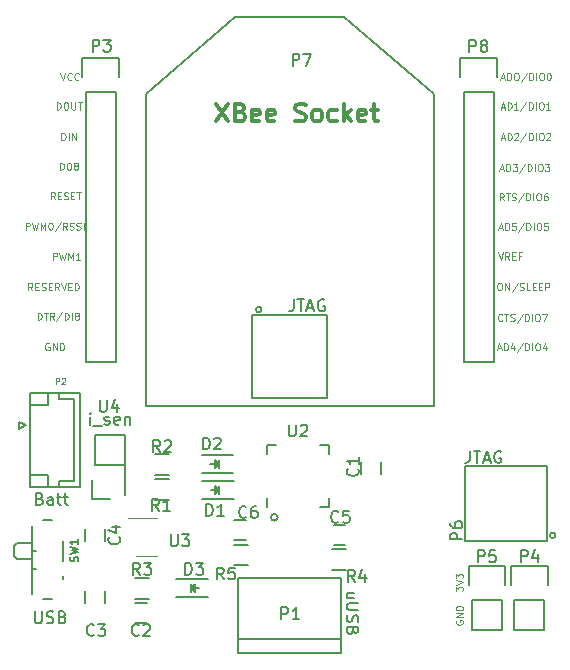
<source format=gbr>
G04 #@! TF.FileFunction,Legend,Top*
%FSLAX46Y46*%
G04 Gerber Fmt 4.6, Leading zero omitted, Abs format (unit mm)*
G04 Created by KiCad (PCBNEW 4.0.4-stable) date 12/30/16 15:58:51*
%MOMM*%
%LPD*%
G01*
G04 APERTURE LIST*
%ADD10C,0.100000*%
%ADD11C,0.300000*%
%ADD12C,0.200000*%
%ADD13C,0.150000*%
%ADD14C,0.120000*%
%ADD15C,0.090000*%
G04 APERTURE END LIST*
D10*
D11*
X142778573Y-77278571D02*
X143778573Y-78778571D01*
X143778573Y-77278571D02*
X142778573Y-78778571D01*
X144850001Y-77992857D02*
X145064287Y-78064286D01*
X145135715Y-78135714D01*
X145207144Y-78278571D01*
X145207144Y-78492857D01*
X145135715Y-78635714D01*
X145064287Y-78707143D01*
X144921429Y-78778571D01*
X144350001Y-78778571D01*
X144350001Y-77278571D01*
X144850001Y-77278571D01*
X144992858Y-77350000D01*
X145064287Y-77421429D01*
X145135715Y-77564286D01*
X145135715Y-77707143D01*
X145064287Y-77850000D01*
X144992858Y-77921429D01*
X144850001Y-77992857D01*
X144350001Y-77992857D01*
X146421429Y-78707143D02*
X146278572Y-78778571D01*
X145992858Y-78778571D01*
X145850001Y-78707143D01*
X145778572Y-78564286D01*
X145778572Y-77992857D01*
X145850001Y-77850000D01*
X145992858Y-77778571D01*
X146278572Y-77778571D01*
X146421429Y-77850000D01*
X146492858Y-77992857D01*
X146492858Y-78135714D01*
X145778572Y-78278571D01*
X147707143Y-78707143D02*
X147564286Y-78778571D01*
X147278572Y-78778571D01*
X147135715Y-78707143D01*
X147064286Y-78564286D01*
X147064286Y-77992857D01*
X147135715Y-77850000D01*
X147278572Y-77778571D01*
X147564286Y-77778571D01*
X147707143Y-77850000D01*
X147778572Y-77992857D01*
X147778572Y-78135714D01*
X147064286Y-78278571D01*
X149492857Y-78707143D02*
X149707143Y-78778571D01*
X150064286Y-78778571D01*
X150207143Y-78707143D01*
X150278572Y-78635714D01*
X150350000Y-78492857D01*
X150350000Y-78350000D01*
X150278572Y-78207143D01*
X150207143Y-78135714D01*
X150064286Y-78064286D01*
X149778572Y-77992857D01*
X149635714Y-77921429D01*
X149564286Y-77850000D01*
X149492857Y-77707143D01*
X149492857Y-77564286D01*
X149564286Y-77421429D01*
X149635714Y-77350000D01*
X149778572Y-77278571D01*
X150135714Y-77278571D01*
X150350000Y-77350000D01*
X151207143Y-78778571D02*
X151064285Y-78707143D01*
X150992857Y-78635714D01*
X150921428Y-78492857D01*
X150921428Y-78064286D01*
X150992857Y-77921429D01*
X151064285Y-77850000D01*
X151207143Y-77778571D01*
X151421428Y-77778571D01*
X151564285Y-77850000D01*
X151635714Y-77921429D01*
X151707143Y-78064286D01*
X151707143Y-78492857D01*
X151635714Y-78635714D01*
X151564285Y-78707143D01*
X151421428Y-78778571D01*
X151207143Y-78778571D01*
X152992857Y-78707143D02*
X152850000Y-78778571D01*
X152564286Y-78778571D01*
X152421428Y-78707143D01*
X152350000Y-78635714D01*
X152278571Y-78492857D01*
X152278571Y-78064286D01*
X152350000Y-77921429D01*
X152421428Y-77850000D01*
X152564286Y-77778571D01*
X152850000Y-77778571D01*
X152992857Y-77850000D01*
X153635714Y-78778571D02*
X153635714Y-77278571D01*
X153778571Y-78207143D02*
X154207142Y-78778571D01*
X154207142Y-77778571D02*
X153635714Y-78350000D01*
X155421428Y-78707143D02*
X155278571Y-78778571D01*
X154992857Y-78778571D01*
X154850000Y-78707143D01*
X154778571Y-78564286D01*
X154778571Y-77992857D01*
X154850000Y-77850000D01*
X154992857Y-77778571D01*
X155278571Y-77778571D01*
X155421428Y-77850000D01*
X155492857Y-77992857D01*
X155492857Y-78135714D01*
X154778571Y-78278571D01*
X155921428Y-77778571D02*
X156492857Y-77778571D01*
X156135714Y-77278571D02*
X156135714Y-78564286D01*
X156207142Y-78707143D01*
X156350000Y-78778571D01*
X156492857Y-78778571D01*
D12*
X149333334Y-93852381D02*
X149333334Y-94566667D01*
X149285714Y-94709524D01*
X149190476Y-94804762D01*
X149047619Y-94852381D01*
X148952381Y-94852381D01*
X149666667Y-93852381D02*
X150238096Y-93852381D01*
X149952381Y-94852381D02*
X149952381Y-93852381D01*
X150523810Y-94566667D02*
X151000001Y-94566667D01*
X150428572Y-94852381D02*
X150761905Y-93852381D01*
X151095239Y-94852381D01*
X151952382Y-93900000D02*
X151857144Y-93852381D01*
X151714287Y-93852381D01*
X151571429Y-93900000D01*
X151476191Y-93995238D01*
X151428572Y-94090476D01*
X151380953Y-94280952D01*
X151380953Y-94423810D01*
X151428572Y-94614286D01*
X151476191Y-94709524D01*
X151571429Y-94804762D01*
X151714287Y-94852381D01*
X151809525Y-94852381D01*
X151952382Y-94804762D01*
X152000001Y-94757143D01*
X152000001Y-94423810D01*
X151809525Y-94423810D01*
X147982843Y-112300000D02*
G75*
G03X147982843Y-112300000I-282843J0D01*
G01*
D10*
X163100000Y-121057142D02*
X163071429Y-121114285D01*
X163071429Y-121199999D01*
X163100000Y-121285714D01*
X163157143Y-121342856D01*
X163214286Y-121371428D01*
X163328571Y-121399999D01*
X163414286Y-121399999D01*
X163528571Y-121371428D01*
X163585714Y-121342856D01*
X163642857Y-121285714D01*
X163671429Y-121199999D01*
X163671429Y-121142856D01*
X163642857Y-121057142D01*
X163614286Y-121028571D01*
X163414286Y-121028571D01*
X163414286Y-121142856D01*
X163671429Y-120771428D02*
X163071429Y-120771428D01*
X163671429Y-120428571D01*
X163071429Y-120428571D01*
X163671429Y-120142857D02*
X163071429Y-120142857D01*
X163071429Y-120000000D01*
X163100000Y-119914285D01*
X163157143Y-119857143D01*
X163214286Y-119828571D01*
X163328571Y-119800000D01*
X163414286Y-119800000D01*
X163528571Y-119828571D01*
X163585714Y-119857143D01*
X163642857Y-119914285D01*
X163671429Y-120000000D01*
X163671429Y-120142857D01*
D12*
X132133333Y-104452381D02*
X132133333Y-103785714D01*
X132133333Y-103452381D02*
X132085714Y-103500000D01*
X132133333Y-103547619D01*
X132180952Y-103500000D01*
X132133333Y-103452381D01*
X132133333Y-103547619D01*
X132371428Y-104547619D02*
X133133333Y-104547619D01*
X133323809Y-104404762D02*
X133419047Y-104452381D01*
X133609523Y-104452381D01*
X133704762Y-104404762D01*
X133752381Y-104309524D01*
X133752381Y-104261905D01*
X133704762Y-104166667D01*
X133609523Y-104119048D01*
X133466666Y-104119048D01*
X133371428Y-104071429D01*
X133323809Y-103976190D01*
X133323809Y-103928571D01*
X133371428Y-103833333D01*
X133466666Y-103785714D01*
X133609523Y-103785714D01*
X133704762Y-103833333D01*
X134561905Y-104404762D02*
X134466667Y-104452381D01*
X134276190Y-104452381D01*
X134180952Y-104404762D01*
X134133333Y-104309524D01*
X134133333Y-103928571D01*
X134180952Y-103833333D01*
X134276190Y-103785714D01*
X134466667Y-103785714D01*
X134561905Y-103833333D01*
X134609524Y-103928571D01*
X134609524Y-104023810D01*
X134133333Y-104119048D01*
X135038095Y-103785714D02*
X135038095Y-104452381D01*
X135038095Y-103880952D02*
X135085714Y-103833333D01*
X135180952Y-103785714D01*
X135323810Y-103785714D01*
X135419048Y-103833333D01*
X135466667Y-103928571D01*
X135466667Y-104452381D01*
X127438095Y-120252381D02*
X127438095Y-121061905D01*
X127485714Y-121157143D01*
X127533333Y-121204762D01*
X127628571Y-121252381D01*
X127819048Y-121252381D01*
X127914286Y-121204762D01*
X127961905Y-121157143D01*
X128009524Y-121061905D01*
X128009524Y-120252381D01*
X128438095Y-121204762D02*
X128580952Y-121252381D01*
X128819048Y-121252381D01*
X128914286Y-121204762D01*
X128961905Y-121157143D01*
X129009524Y-121061905D01*
X129009524Y-120966667D01*
X128961905Y-120871429D01*
X128914286Y-120823810D01*
X128819048Y-120776190D01*
X128628571Y-120728571D01*
X128533333Y-120680952D01*
X128485714Y-120633333D01*
X128438095Y-120538095D01*
X128438095Y-120442857D01*
X128485714Y-120347619D01*
X128533333Y-120300000D01*
X128628571Y-120252381D01*
X128866667Y-120252381D01*
X129009524Y-120300000D01*
X129771429Y-120728571D02*
X129914286Y-120776190D01*
X129961905Y-120823810D01*
X130009524Y-120919048D01*
X130009524Y-121061905D01*
X129961905Y-121157143D01*
X129914286Y-121204762D01*
X129819048Y-121252381D01*
X129438095Y-121252381D01*
X129438095Y-120252381D01*
X129771429Y-120252381D01*
X129866667Y-120300000D01*
X129914286Y-120347619D01*
X129961905Y-120442857D01*
X129961905Y-120538095D01*
X129914286Y-120633333D01*
X129866667Y-120680952D01*
X129771429Y-120728571D01*
X129438095Y-120728571D01*
X127847619Y-110728571D02*
X127990476Y-110776190D01*
X128038095Y-110823810D01*
X128085714Y-110919048D01*
X128085714Y-111061905D01*
X128038095Y-111157143D01*
X127990476Y-111204762D01*
X127895238Y-111252381D01*
X127514285Y-111252381D01*
X127514285Y-110252381D01*
X127847619Y-110252381D01*
X127942857Y-110300000D01*
X127990476Y-110347619D01*
X128038095Y-110442857D01*
X128038095Y-110538095D01*
X127990476Y-110633333D01*
X127942857Y-110680952D01*
X127847619Y-110728571D01*
X127514285Y-110728571D01*
X128942857Y-111252381D02*
X128942857Y-110728571D01*
X128895238Y-110633333D01*
X128800000Y-110585714D01*
X128609523Y-110585714D01*
X128514285Y-110633333D01*
X128942857Y-111204762D02*
X128847619Y-111252381D01*
X128609523Y-111252381D01*
X128514285Y-111204762D01*
X128466666Y-111109524D01*
X128466666Y-111014286D01*
X128514285Y-110919048D01*
X128609523Y-110871429D01*
X128847619Y-110871429D01*
X128942857Y-110823810D01*
X129276190Y-110585714D02*
X129657142Y-110585714D01*
X129419047Y-110252381D02*
X129419047Y-111109524D01*
X129466666Y-111204762D01*
X129561904Y-111252381D01*
X129657142Y-111252381D01*
X129847619Y-110585714D02*
X130228571Y-110585714D01*
X129990476Y-110252381D02*
X129990476Y-111109524D01*
X130038095Y-111204762D01*
X130133333Y-111252381D01*
X130228571Y-111252381D01*
D10*
X166614286Y-98000000D02*
X166900000Y-98000000D01*
X166557143Y-98171429D02*
X166757143Y-97571429D01*
X166957143Y-98171429D01*
X167157143Y-98171429D02*
X167157143Y-97571429D01*
X167300000Y-97571429D01*
X167385715Y-97600000D01*
X167442857Y-97657143D01*
X167471429Y-97714286D01*
X167500000Y-97828571D01*
X167500000Y-97914286D01*
X167471429Y-98028571D01*
X167442857Y-98085714D01*
X167385715Y-98142857D01*
X167300000Y-98171429D01*
X167157143Y-98171429D01*
X168014286Y-97771429D02*
X168014286Y-98171429D01*
X167871429Y-97542857D02*
X167728572Y-97971429D01*
X168100000Y-97971429D01*
X168757144Y-97542857D02*
X168242858Y-98314286D01*
X168957143Y-98171429D02*
X168957143Y-97571429D01*
X169100000Y-97571429D01*
X169185715Y-97600000D01*
X169242857Y-97657143D01*
X169271429Y-97714286D01*
X169300000Y-97828571D01*
X169300000Y-97914286D01*
X169271429Y-98028571D01*
X169242857Y-98085714D01*
X169185715Y-98142857D01*
X169100000Y-98171429D01*
X168957143Y-98171429D01*
X169557143Y-98171429D02*
X169557143Y-97571429D01*
X169957143Y-97571429D02*
X170071429Y-97571429D01*
X170128571Y-97600000D01*
X170185714Y-97657143D01*
X170214286Y-97771429D01*
X170214286Y-97971429D01*
X170185714Y-98085714D01*
X170128571Y-98142857D01*
X170071429Y-98171429D01*
X169957143Y-98171429D01*
X169900000Y-98142857D01*
X169842857Y-98085714D01*
X169814286Y-97971429D01*
X169814286Y-97771429D01*
X169842857Y-97657143D01*
X169900000Y-97600000D01*
X169957143Y-97571429D01*
X170728571Y-97771429D02*
X170728571Y-98171429D01*
X170585714Y-97542857D02*
X170442857Y-97971429D01*
X170814285Y-97971429D01*
X167014286Y-95614286D02*
X166985715Y-95642857D01*
X166900001Y-95671429D01*
X166842858Y-95671429D01*
X166757143Y-95642857D01*
X166700001Y-95585714D01*
X166671429Y-95528571D01*
X166642858Y-95414286D01*
X166642858Y-95328571D01*
X166671429Y-95214286D01*
X166700001Y-95157143D01*
X166757143Y-95100000D01*
X166842858Y-95071429D01*
X166900001Y-95071429D01*
X166985715Y-95100000D01*
X167014286Y-95128571D01*
X167185715Y-95071429D02*
X167528572Y-95071429D01*
X167357143Y-95671429D02*
X167357143Y-95071429D01*
X167700001Y-95642857D02*
X167785715Y-95671429D01*
X167928572Y-95671429D01*
X167985715Y-95642857D01*
X168014286Y-95614286D01*
X168042858Y-95557143D01*
X168042858Y-95500000D01*
X168014286Y-95442857D01*
X167985715Y-95414286D01*
X167928572Y-95385714D01*
X167814286Y-95357143D01*
X167757144Y-95328571D01*
X167728572Y-95300000D01*
X167700001Y-95242857D01*
X167700001Y-95185714D01*
X167728572Y-95128571D01*
X167757144Y-95100000D01*
X167814286Y-95071429D01*
X167957144Y-95071429D01*
X168042858Y-95100000D01*
X168728573Y-95042857D02*
X168214287Y-95814286D01*
X168928572Y-95671429D02*
X168928572Y-95071429D01*
X169071429Y-95071429D01*
X169157144Y-95100000D01*
X169214286Y-95157143D01*
X169242858Y-95214286D01*
X169271429Y-95328571D01*
X169271429Y-95414286D01*
X169242858Y-95528571D01*
X169214286Y-95585714D01*
X169157144Y-95642857D01*
X169071429Y-95671429D01*
X168928572Y-95671429D01*
X169528572Y-95671429D02*
X169528572Y-95071429D01*
X169928572Y-95071429D02*
X170042858Y-95071429D01*
X170100000Y-95100000D01*
X170157143Y-95157143D01*
X170185715Y-95271429D01*
X170185715Y-95471429D01*
X170157143Y-95585714D01*
X170100000Y-95642857D01*
X170042858Y-95671429D01*
X169928572Y-95671429D01*
X169871429Y-95642857D01*
X169814286Y-95585714D01*
X169785715Y-95471429D01*
X169785715Y-95271429D01*
X169814286Y-95157143D01*
X169871429Y-95100000D01*
X169928572Y-95071429D01*
X170385714Y-95071429D02*
X170785714Y-95071429D01*
X170528571Y-95671429D01*
X166742858Y-92471429D02*
X166857144Y-92471429D01*
X166914286Y-92500000D01*
X166971429Y-92557143D01*
X167000001Y-92671429D01*
X167000001Y-92871429D01*
X166971429Y-92985714D01*
X166914286Y-93042857D01*
X166857144Y-93071429D01*
X166742858Y-93071429D01*
X166685715Y-93042857D01*
X166628572Y-92985714D01*
X166600001Y-92871429D01*
X166600001Y-92671429D01*
X166628572Y-92557143D01*
X166685715Y-92500000D01*
X166742858Y-92471429D01*
X167257143Y-93071429D02*
X167257143Y-92471429D01*
X167600000Y-93071429D01*
X167600000Y-92471429D01*
X168314286Y-92442857D02*
X167800000Y-93214286D01*
X168485714Y-93042857D02*
X168571428Y-93071429D01*
X168714285Y-93071429D01*
X168771428Y-93042857D01*
X168799999Y-93014286D01*
X168828571Y-92957143D01*
X168828571Y-92900000D01*
X168799999Y-92842857D01*
X168771428Y-92814286D01*
X168714285Y-92785714D01*
X168599999Y-92757143D01*
X168542857Y-92728571D01*
X168514285Y-92700000D01*
X168485714Y-92642857D01*
X168485714Y-92585714D01*
X168514285Y-92528571D01*
X168542857Y-92500000D01*
X168599999Y-92471429D01*
X168742857Y-92471429D01*
X168828571Y-92500000D01*
X169371428Y-93071429D02*
X169085714Y-93071429D01*
X169085714Y-92471429D01*
X169571428Y-92757143D02*
X169771428Y-92757143D01*
X169857142Y-93071429D02*
X169571428Y-93071429D01*
X169571428Y-92471429D01*
X169857142Y-92471429D01*
X170114285Y-92757143D02*
X170314285Y-92757143D01*
X170399999Y-93071429D02*
X170114285Y-93071429D01*
X170114285Y-92471429D01*
X170399999Y-92471429D01*
X170657142Y-93071429D02*
X170657142Y-92471429D01*
X170885714Y-92471429D01*
X170942856Y-92500000D01*
X170971428Y-92528571D01*
X170999999Y-92585714D01*
X170999999Y-92671429D01*
X170971428Y-92728571D01*
X170942856Y-92757143D01*
X170885714Y-92785714D01*
X170657142Y-92785714D01*
X166671429Y-89871429D02*
X166871429Y-90471429D01*
X167071429Y-89871429D01*
X167614286Y-90471429D02*
X167414286Y-90185714D01*
X167271429Y-90471429D02*
X167271429Y-89871429D01*
X167500001Y-89871429D01*
X167557143Y-89900000D01*
X167585715Y-89928571D01*
X167614286Y-89985714D01*
X167614286Y-90071429D01*
X167585715Y-90128571D01*
X167557143Y-90157143D01*
X167500001Y-90185714D01*
X167271429Y-90185714D01*
X167871429Y-90157143D02*
X168071429Y-90157143D01*
X168157143Y-90471429D02*
X167871429Y-90471429D01*
X167871429Y-89871429D01*
X168157143Y-89871429D01*
X168614286Y-90157143D02*
X168414286Y-90157143D01*
X168414286Y-90471429D02*
X168414286Y-89871429D01*
X168700000Y-89871429D01*
X166714286Y-87800000D02*
X167000000Y-87800000D01*
X166657143Y-87971429D02*
X166857143Y-87371429D01*
X167057143Y-87971429D01*
X167257143Y-87971429D02*
X167257143Y-87371429D01*
X167400000Y-87371429D01*
X167485715Y-87400000D01*
X167542857Y-87457143D01*
X167571429Y-87514286D01*
X167600000Y-87628571D01*
X167600000Y-87714286D01*
X167571429Y-87828571D01*
X167542857Y-87885714D01*
X167485715Y-87942857D01*
X167400000Y-87971429D01*
X167257143Y-87971429D01*
X168142857Y-87371429D02*
X167857143Y-87371429D01*
X167828572Y-87657143D01*
X167857143Y-87628571D01*
X167914286Y-87600000D01*
X168057143Y-87600000D01*
X168114286Y-87628571D01*
X168142857Y-87657143D01*
X168171429Y-87714286D01*
X168171429Y-87857143D01*
X168142857Y-87914286D01*
X168114286Y-87942857D01*
X168057143Y-87971429D01*
X167914286Y-87971429D01*
X167857143Y-87942857D01*
X167828572Y-87914286D01*
X168857144Y-87342857D02*
X168342858Y-88114286D01*
X169057143Y-87971429D02*
X169057143Y-87371429D01*
X169200000Y-87371429D01*
X169285715Y-87400000D01*
X169342857Y-87457143D01*
X169371429Y-87514286D01*
X169400000Y-87628571D01*
X169400000Y-87714286D01*
X169371429Y-87828571D01*
X169342857Y-87885714D01*
X169285715Y-87942857D01*
X169200000Y-87971429D01*
X169057143Y-87971429D01*
X169657143Y-87971429D02*
X169657143Y-87371429D01*
X170057143Y-87371429D02*
X170171429Y-87371429D01*
X170228571Y-87400000D01*
X170285714Y-87457143D01*
X170314286Y-87571429D01*
X170314286Y-87771429D01*
X170285714Y-87885714D01*
X170228571Y-87942857D01*
X170171429Y-87971429D01*
X170057143Y-87971429D01*
X170000000Y-87942857D01*
X169942857Y-87885714D01*
X169914286Y-87771429D01*
X169914286Y-87571429D01*
X169942857Y-87457143D01*
X170000000Y-87400000D01*
X170057143Y-87371429D01*
X170857142Y-87371429D02*
X170571428Y-87371429D01*
X170542857Y-87657143D01*
X170571428Y-87628571D01*
X170628571Y-87600000D01*
X170771428Y-87600000D01*
X170828571Y-87628571D01*
X170857142Y-87657143D01*
X170885714Y-87714286D01*
X170885714Y-87857143D01*
X170857142Y-87914286D01*
X170828571Y-87942857D01*
X170771428Y-87971429D01*
X170628571Y-87971429D01*
X170571428Y-87942857D01*
X170542857Y-87914286D01*
X167114286Y-85471429D02*
X166914286Y-85185714D01*
X166771429Y-85471429D02*
X166771429Y-84871429D01*
X167000001Y-84871429D01*
X167057143Y-84900000D01*
X167085715Y-84928571D01*
X167114286Y-84985714D01*
X167114286Y-85071429D01*
X167085715Y-85128571D01*
X167057143Y-85157143D01*
X167000001Y-85185714D01*
X166771429Y-85185714D01*
X167285715Y-84871429D02*
X167628572Y-84871429D01*
X167457143Y-85471429D02*
X167457143Y-84871429D01*
X167800001Y-85442857D02*
X167885715Y-85471429D01*
X168028572Y-85471429D01*
X168085715Y-85442857D01*
X168114286Y-85414286D01*
X168142858Y-85357143D01*
X168142858Y-85300000D01*
X168114286Y-85242857D01*
X168085715Y-85214286D01*
X168028572Y-85185714D01*
X167914286Y-85157143D01*
X167857144Y-85128571D01*
X167828572Y-85100000D01*
X167800001Y-85042857D01*
X167800001Y-84985714D01*
X167828572Y-84928571D01*
X167857144Y-84900000D01*
X167914286Y-84871429D01*
X168057144Y-84871429D01*
X168142858Y-84900000D01*
X168828573Y-84842857D02*
X168314287Y-85614286D01*
X169028572Y-85471429D02*
X169028572Y-84871429D01*
X169171429Y-84871429D01*
X169257144Y-84900000D01*
X169314286Y-84957143D01*
X169342858Y-85014286D01*
X169371429Y-85128571D01*
X169371429Y-85214286D01*
X169342858Y-85328571D01*
X169314286Y-85385714D01*
X169257144Y-85442857D01*
X169171429Y-85471429D01*
X169028572Y-85471429D01*
X169628572Y-85471429D02*
X169628572Y-84871429D01*
X170028572Y-84871429D02*
X170142858Y-84871429D01*
X170200000Y-84900000D01*
X170257143Y-84957143D01*
X170285715Y-85071429D01*
X170285715Y-85271429D01*
X170257143Y-85385714D01*
X170200000Y-85442857D01*
X170142858Y-85471429D01*
X170028572Y-85471429D01*
X169971429Y-85442857D01*
X169914286Y-85385714D01*
X169885715Y-85271429D01*
X169885715Y-85071429D01*
X169914286Y-84957143D01*
X169971429Y-84900000D01*
X170028572Y-84871429D01*
X170800000Y-84871429D02*
X170685714Y-84871429D01*
X170628571Y-84900000D01*
X170600000Y-84928571D01*
X170542857Y-85014286D01*
X170514286Y-85128571D01*
X170514286Y-85357143D01*
X170542857Y-85414286D01*
X170571429Y-85442857D01*
X170628571Y-85471429D01*
X170742857Y-85471429D01*
X170800000Y-85442857D01*
X170828571Y-85414286D01*
X170857143Y-85357143D01*
X170857143Y-85214286D01*
X170828571Y-85157143D01*
X170800000Y-85128571D01*
X170742857Y-85100000D01*
X170628571Y-85100000D01*
X170571429Y-85128571D01*
X170542857Y-85157143D01*
X170514286Y-85214286D01*
X166814286Y-82800000D02*
X167100000Y-82800000D01*
X166757143Y-82971429D02*
X166957143Y-82371429D01*
X167157143Y-82971429D01*
X167357143Y-82971429D02*
X167357143Y-82371429D01*
X167500000Y-82371429D01*
X167585715Y-82400000D01*
X167642857Y-82457143D01*
X167671429Y-82514286D01*
X167700000Y-82628571D01*
X167700000Y-82714286D01*
X167671429Y-82828571D01*
X167642857Y-82885714D01*
X167585715Y-82942857D01*
X167500000Y-82971429D01*
X167357143Y-82971429D01*
X167900000Y-82371429D02*
X168271429Y-82371429D01*
X168071429Y-82600000D01*
X168157143Y-82600000D01*
X168214286Y-82628571D01*
X168242857Y-82657143D01*
X168271429Y-82714286D01*
X168271429Y-82857143D01*
X168242857Y-82914286D01*
X168214286Y-82942857D01*
X168157143Y-82971429D01*
X167985715Y-82971429D01*
X167928572Y-82942857D01*
X167900000Y-82914286D01*
X168957144Y-82342857D02*
X168442858Y-83114286D01*
X169157143Y-82971429D02*
X169157143Y-82371429D01*
X169300000Y-82371429D01*
X169385715Y-82400000D01*
X169442857Y-82457143D01*
X169471429Y-82514286D01*
X169500000Y-82628571D01*
X169500000Y-82714286D01*
X169471429Y-82828571D01*
X169442857Y-82885714D01*
X169385715Y-82942857D01*
X169300000Y-82971429D01*
X169157143Y-82971429D01*
X169757143Y-82971429D02*
X169757143Y-82371429D01*
X170157143Y-82371429D02*
X170271429Y-82371429D01*
X170328571Y-82400000D01*
X170385714Y-82457143D01*
X170414286Y-82571429D01*
X170414286Y-82771429D01*
X170385714Y-82885714D01*
X170328571Y-82942857D01*
X170271429Y-82971429D01*
X170157143Y-82971429D01*
X170100000Y-82942857D01*
X170042857Y-82885714D01*
X170014286Y-82771429D01*
X170014286Y-82571429D01*
X170042857Y-82457143D01*
X170100000Y-82400000D01*
X170157143Y-82371429D01*
X170614285Y-82371429D02*
X170985714Y-82371429D01*
X170785714Y-82600000D01*
X170871428Y-82600000D01*
X170928571Y-82628571D01*
X170957142Y-82657143D01*
X170985714Y-82714286D01*
X170985714Y-82857143D01*
X170957142Y-82914286D01*
X170928571Y-82942857D01*
X170871428Y-82971429D01*
X170700000Y-82971429D01*
X170642857Y-82942857D01*
X170614285Y-82914286D01*
X166914286Y-80200000D02*
X167200000Y-80200000D01*
X166857143Y-80371429D02*
X167057143Y-79771429D01*
X167257143Y-80371429D01*
X167457143Y-80371429D02*
X167457143Y-79771429D01*
X167600000Y-79771429D01*
X167685715Y-79800000D01*
X167742857Y-79857143D01*
X167771429Y-79914286D01*
X167800000Y-80028571D01*
X167800000Y-80114286D01*
X167771429Y-80228571D01*
X167742857Y-80285714D01*
X167685715Y-80342857D01*
X167600000Y-80371429D01*
X167457143Y-80371429D01*
X168028572Y-79828571D02*
X168057143Y-79800000D01*
X168114286Y-79771429D01*
X168257143Y-79771429D01*
X168314286Y-79800000D01*
X168342857Y-79828571D01*
X168371429Y-79885714D01*
X168371429Y-79942857D01*
X168342857Y-80028571D01*
X168000000Y-80371429D01*
X168371429Y-80371429D01*
X169057144Y-79742857D02*
X168542858Y-80514286D01*
X169257143Y-80371429D02*
X169257143Y-79771429D01*
X169400000Y-79771429D01*
X169485715Y-79800000D01*
X169542857Y-79857143D01*
X169571429Y-79914286D01*
X169600000Y-80028571D01*
X169600000Y-80114286D01*
X169571429Y-80228571D01*
X169542857Y-80285714D01*
X169485715Y-80342857D01*
X169400000Y-80371429D01*
X169257143Y-80371429D01*
X169857143Y-80371429D02*
X169857143Y-79771429D01*
X170257143Y-79771429D02*
X170371429Y-79771429D01*
X170428571Y-79800000D01*
X170485714Y-79857143D01*
X170514286Y-79971429D01*
X170514286Y-80171429D01*
X170485714Y-80285714D01*
X170428571Y-80342857D01*
X170371429Y-80371429D01*
X170257143Y-80371429D01*
X170200000Y-80342857D01*
X170142857Y-80285714D01*
X170114286Y-80171429D01*
X170114286Y-79971429D01*
X170142857Y-79857143D01*
X170200000Y-79800000D01*
X170257143Y-79771429D01*
X170742857Y-79828571D02*
X170771428Y-79800000D01*
X170828571Y-79771429D01*
X170971428Y-79771429D01*
X171028571Y-79800000D01*
X171057142Y-79828571D01*
X171085714Y-79885714D01*
X171085714Y-79942857D01*
X171057142Y-80028571D01*
X170714285Y-80371429D01*
X171085714Y-80371429D01*
X166914286Y-77600000D02*
X167200000Y-77600000D01*
X166857143Y-77771429D02*
X167057143Y-77171429D01*
X167257143Y-77771429D01*
X167457143Y-77771429D02*
X167457143Y-77171429D01*
X167600000Y-77171429D01*
X167685715Y-77200000D01*
X167742857Y-77257143D01*
X167771429Y-77314286D01*
X167800000Y-77428571D01*
X167800000Y-77514286D01*
X167771429Y-77628571D01*
X167742857Y-77685714D01*
X167685715Y-77742857D01*
X167600000Y-77771429D01*
X167457143Y-77771429D01*
X168371429Y-77771429D02*
X168028572Y-77771429D01*
X168200000Y-77771429D02*
X168200000Y-77171429D01*
X168142857Y-77257143D01*
X168085715Y-77314286D01*
X168028572Y-77342857D01*
X169057144Y-77142857D02*
X168542858Y-77914286D01*
X169257143Y-77771429D02*
X169257143Y-77171429D01*
X169400000Y-77171429D01*
X169485715Y-77200000D01*
X169542857Y-77257143D01*
X169571429Y-77314286D01*
X169600000Y-77428571D01*
X169600000Y-77514286D01*
X169571429Y-77628571D01*
X169542857Y-77685714D01*
X169485715Y-77742857D01*
X169400000Y-77771429D01*
X169257143Y-77771429D01*
X169857143Y-77771429D02*
X169857143Y-77171429D01*
X170257143Y-77171429D02*
X170371429Y-77171429D01*
X170428571Y-77200000D01*
X170485714Y-77257143D01*
X170514286Y-77371429D01*
X170514286Y-77571429D01*
X170485714Y-77685714D01*
X170428571Y-77742857D01*
X170371429Y-77771429D01*
X170257143Y-77771429D01*
X170200000Y-77742857D01*
X170142857Y-77685714D01*
X170114286Y-77571429D01*
X170114286Y-77371429D01*
X170142857Y-77257143D01*
X170200000Y-77200000D01*
X170257143Y-77171429D01*
X171085714Y-77771429D02*
X170742857Y-77771429D01*
X170914285Y-77771429D02*
X170914285Y-77171429D01*
X170857142Y-77257143D01*
X170800000Y-77314286D01*
X170742857Y-77342857D01*
X166885715Y-75100000D02*
X167171429Y-75100000D01*
X166828572Y-75271429D02*
X167028572Y-74671429D01*
X167228572Y-75271429D01*
X167428572Y-75271429D02*
X167428572Y-74671429D01*
X167571429Y-74671429D01*
X167657144Y-74700000D01*
X167714286Y-74757143D01*
X167742858Y-74814286D01*
X167771429Y-74928571D01*
X167771429Y-75014286D01*
X167742858Y-75128571D01*
X167714286Y-75185714D01*
X167657144Y-75242857D01*
X167571429Y-75271429D01*
X167428572Y-75271429D01*
X168142858Y-74671429D02*
X168257144Y-74671429D01*
X168314286Y-74700000D01*
X168371429Y-74757143D01*
X168400001Y-74871429D01*
X168400001Y-75071429D01*
X168371429Y-75185714D01*
X168314286Y-75242857D01*
X168257144Y-75271429D01*
X168142858Y-75271429D01*
X168085715Y-75242857D01*
X168028572Y-75185714D01*
X168000001Y-75071429D01*
X168000001Y-74871429D01*
X168028572Y-74757143D01*
X168085715Y-74700000D01*
X168142858Y-74671429D01*
X169085715Y-74642857D02*
X168571429Y-75414286D01*
X169285714Y-75271429D02*
X169285714Y-74671429D01*
X169428571Y-74671429D01*
X169514286Y-74700000D01*
X169571428Y-74757143D01*
X169600000Y-74814286D01*
X169628571Y-74928571D01*
X169628571Y-75014286D01*
X169600000Y-75128571D01*
X169571428Y-75185714D01*
X169514286Y-75242857D01*
X169428571Y-75271429D01*
X169285714Y-75271429D01*
X169885714Y-75271429D02*
X169885714Y-74671429D01*
X170285714Y-74671429D02*
X170400000Y-74671429D01*
X170457142Y-74700000D01*
X170514285Y-74757143D01*
X170542857Y-74871429D01*
X170542857Y-75071429D01*
X170514285Y-75185714D01*
X170457142Y-75242857D01*
X170400000Y-75271429D01*
X170285714Y-75271429D01*
X170228571Y-75242857D01*
X170171428Y-75185714D01*
X170142857Y-75071429D01*
X170142857Y-74871429D01*
X170171428Y-74757143D01*
X170228571Y-74700000D01*
X170285714Y-74671429D01*
X170914285Y-74671429D02*
X170971428Y-74671429D01*
X171028571Y-74700000D01*
X171057142Y-74728571D01*
X171085713Y-74785714D01*
X171114285Y-74900000D01*
X171114285Y-75042857D01*
X171085713Y-75157143D01*
X171057142Y-75214286D01*
X171028571Y-75242857D01*
X170971428Y-75271429D01*
X170914285Y-75271429D01*
X170857142Y-75242857D01*
X170828571Y-75214286D01*
X170799999Y-75157143D01*
X170771428Y-75042857D01*
X170771428Y-74900000D01*
X170799999Y-74785714D01*
X170828571Y-74728571D01*
X170857142Y-74700000D01*
X170914285Y-74671429D01*
D12*
X154494286Y-119094286D02*
X153827619Y-119094286D01*
X154494286Y-118665714D02*
X153970476Y-118665714D01*
X153875238Y-118713333D01*
X153827619Y-118808571D01*
X153827619Y-118951429D01*
X153875238Y-119046667D01*
X153922857Y-119094286D01*
X154827619Y-119570476D02*
X154018095Y-119570476D01*
X153922857Y-119618095D01*
X153875238Y-119665714D01*
X153827619Y-119760952D01*
X153827619Y-119951429D01*
X153875238Y-120046667D01*
X153922857Y-120094286D01*
X154018095Y-120141905D01*
X154827619Y-120141905D01*
X153875238Y-120570476D02*
X153827619Y-120713333D01*
X153827619Y-120951429D01*
X153875238Y-121046667D01*
X153922857Y-121094286D01*
X154018095Y-121141905D01*
X154113333Y-121141905D01*
X154208571Y-121094286D01*
X154256190Y-121046667D01*
X154303810Y-120951429D01*
X154351429Y-120760952D01*
X154399048Y-120665714D01*
X154446667Y-120618095D01*
X154541905Y-120570476D01*
X154637143Y-120570476D01*
X154732381Y-120618095D01*
X154780000Y-120665714D01*
X154827619Y-120760952D01*
X154827619Y-120999048D01*
X154780000Y-121141905D01*
X154351429Y-121903810D02*
X154303810Y-122046667D01*
X154256190Y-122094286D01*
X154160952Y-122141905D01*
X154018095Y-122141905D01*
X153922857Y-122094286D01*
X153875238Y-122046667D01*
X153827619Y-121951429D01*
X153827619Y-121570476D01*
X154827619Y-121570476D01*
X154827619Y-121903810D01*
X154780000Y-121999048D01*
X154732381Y-122046667D01*
X154637143Y-122094286D01*
X154541905Y-122094286D01*
X154446667Y-122046667D01*
X154399048Y-121999048D01*
X154351429Y-121903810D01*
X154351429Y-121570476D01*
D10*
X163061429Y-118542858D02*
X163061429Y-118171429D01*
X163290000Y-118371429D01*
X163290000Y-118285715D01*
X163318571Y-118228572D01*
X163347143Y-118200001D01*
X163404286Y-118171429D01*
X163547143Y-118171429D01*
X163604286Y-118200001D01*
X163632857Y-118228572D01*
X163661429Y-118285715D01*
X163661429Y-118457143D01*
X163632857Y-118514286D01*
X163604286Y-118542858D01*
X163061429Y-118000000D02*
X163661429Y-117800000D01*
X163061429Y-117600000D01*
X163061429Y-117457143D02*
X163061429Y-117085714D01*
X163290000Y-117285714D01*
X163290000Y-117200000D01*
X163318571Y-117142857D01*
X163347143Y-117114286D01*
X163404286Y-117085714D01*
X163547143Y-117085714D01*
X163604286Y-117114286D01*
X163632857Y-117142857D01*
X163661429Y-117200000D01*
X163661429Y-117371428D01*
X163632857Y-117428571D01*
X163604286Y-117457143D01*
D12*
X164253334Y-106692381D02*
X164253334Y-107406667D01*
X164205714Y-107549524D01*
X164110476Y-107644762D01*
X163967619Y-107692381D01*
X163872381Y-107692381D01*
X164586667Y-106692381D02*
X165158096Y-106692381D01*
X164872381Y-107692381D02*
X164872381Y-106692381D01*
X165443810Y-107406667D02*
X165920001Y-107406667D01*
X165348572Y-107692381D02*
X165681905Y-106692381D01*
X166015239Y-107692381D01*
X166872382Y-106740000D02*
X166777144Y-106692381D01*
X166634287Y-106692381D01*
X166491429Y-106740000D01*
X166396191Y-106835238D01*
X166348572Y-106930476D01*
X166300953Y-107120952D01*
X166300953Y-107263810D01*
X166348572Y-107454286D01*
X166396191Y-107549524D01*
X166491429Y-107644762D01*
X166634287Y-107692381D01*
X166729525Y-107692381D01*
X166872382Y-107644762D01*
X166920001Y-107597143D01*
X166920001Y-107263810D01*
X166729525Y-107263810D01*
D10*
X128642858Y-97580000D02*
X128585715Y-97551429D01*
X128500001Y-97551429D01*
X128414286Y-97580000D01*
X128357144Y-97637143D01*
X128328572Y-97694286D01*
X128300001Y-97808571D01*
X128300001Y-97894286D01*
X128328572Y-98008571D01*
X128357144Y-98065714D01*
X128414286Y-98122857D01*
X128500001Y-98151429D01*
X128557144Y-98151429D01*
X128642858Y-98122857D01*
X128671429Y-98094286D01*
X128671429Y-97894286D01*
X128557144Y-97894286D01*
X128928572Y-98151429D02*
X128928572Y-97551429D01*
X129271429Y-98151429D01*
X129271429Y-97551429D01*
X129557143Y-98151429D02*
X129557143Y-97551429D01*
X129700000Y-97551429D01*
X129785715Y-97580000D01*
X129842857Y-97637143D01*
X129871429Y-97694286D01*
X129900000Y-97808571D01*
X129900000Y-97894286D01*
X129871429Y-98008571D01*
X129842857Y-98065714D01*
X129785715Y-98122857D01*
X129700000Y-98151429D01*
X129557143Y-98151429D01*
X127671429Y-95571429D02*
X127671429Y-94971429D01*
X127814286Y-94971429D01*
X127900001Y-95000000D01*
X127957143Y-95057143D01*
X127985715Y-95114286D01*
X128014286Y-95228571D01*
X128014286Y-95314286D01*
X127985715Y-95428571D01*
X127957143Y-95485714D01*
X127900001Y-95542857D01*
X127814286Y-95571429D01*
X127671429Y-95571429D01*
X128185715Y-94971429D02*
X128528572Y-94971429D01*
X128357143Y-95571429D02*
X128357143Y-94971429D01*
X129071429Y-95571429D02*
X128871429Y-95285714D01*
X128728572Y-95571429D02*
X128728572Y-94971429D01*
X128957144Y-94971429D01*
X129014286Y-95000000D01*
X129042858Y-95028571D01*
X129071429Y-95085714D01*
X129071429Y-95171429D01*
X129042858Y-95228571D01*
X129014286Y-95257143D01*
X128957144Y-95285714D01*
X128728572Y-95285714D01*
X129757144Y-94942857D02*
X129242858Y-95714286D01*
X129957143Y-95571429D02*
X129957143Y-94971429D01*
X130100000Y-94971429D01*
X130185715Y-95000000D01*
X130242857Y-95057143D01*
X130271429Y-95114286D01*
X130300000Y-95228571D01*
X130300000Y-95314286D01*
X130271429Y-95428571D01*
X130242857Y-95485714D01*
X130185715Y-95542857D01*
X130100000Y-95571429D01*
X129957143Y-95571429D01*
X130557143Y-95571429D02*
X130557143Y-94971429D01*
X130928571Y-95228571D02*
X130871429Y-95200000D01*
X130842857Y-95171429D01*
X130814286Y-95114286D01*
X130814286Y-95085714D01*
X130842857Y-95028571D01*
X130871429Y-95000000D01*
X130928571Y-94971429D01*
X131042857Y-94971429D01*
X131100000Y-95000000D01*
X131128571Y-95028571D01*
X131157143Y-95085714D01*
X131157143Y-95114286D01*
X131128571Y-95171429D01*
X131100000Y-95200000D01*
X131042857Y-95228571D01*
X130928571Y-95228571D01*
X130871429Y-95257143D01*
X130842857Y-95285714D01*
X130814286Y-95342857D01*
X130814286Y-95457143D01*
X130842857Y-95514286D01*
X130871429Y-95542857D01*
X130928571Y-95571429D01*
X131042857Y-95571429D01*
X131100000Y-95542857D01*
X131128571Y-95514286D01*
X131157143Y-95457143D01*
X131157143Y-95342857D01*
X131128571Y-95285714D01*
X131100000Y-95257143D01*
X131042857Y-95228571D01*
X127228571Y-93071429D02*
X127028571Y-92785714D01*
X126885714Y-93071429D02*
X126885714Y-92471429D01*
X127114286Y-92471429D01*
X127171428Y-92500000D01*
X127200000Y-92528571D01*
X127228571Y-92585714D01*
X127228571Y-92671429D01*
X127200000Y-92728571D01*
X127171428Y-92757143D01*
X127114286Y-92785714D01*
X126885714Y-92785714D01*
X127485714Y-92757143D02*
X127685714Y-92757143D01*
X127771428Y-93071429D02*
X127485714Y-93071429D01*
X127485714Y-92471429D01*
X127771428Y-92471429D01*
X128000000Y-93042857D02*
X128085714Y-93071429D01*
X128228571Y-93071429D01*
X128285714Y-93042857D01*
X128314285Y-93014286D01*
X128342857Y-92957143D01*
X128342857Y-92900000D01*
X128314285Y-92842857D01*
X128285714Y-92814286D01*
X128228571Y-92785714D01*
X128114285Y-92757143D01*
X128057143Y-92728571D01*
X128028571Y-92700000D01*
X128000000Y-92642857D01*
X128000000Y-92585714D01*
X128028571Y-92528571D01*
X128057143Y-92500000D01*
X128114285Y-92471429D01*
X128257143Y-92471429D01*
X128342857Y-92500000D01*
X128600000Y-92757143D02*
X128800000Y-92757143D01*
X128885714Y-93071429D02*
X128600000Y-93071429D01*
X128600000Y-92471429D01*
X128885714Y-92471429D01*
X129485714Y-93071429D02*
X129285714Y-92785714D01*
X129142857Y-93071429D02*
X129142857Y-92471429D01*
X129371429Y-92471429D01*
X129428571Y-92500000D01*
X129457143Y-92528571D01*
X129485714Y-92585714D01*
X129485714Y-92671429D01*
X129457143Y-92728571D01*
X129428571Y-92757143D01*
X129371429Y-92785714D01*
X129142857Y-92785714D01*
X129657143Y-92471429D02*
X129857143Y-93071429D01*
X130057143Y-92471429D01*
X130257143Y-92757143D02*
X130457143Y-92757143D01*
X130542857Y-93071429D02*
X130257143Y-93071429D01*
X130257143Y-92471429D01*
X130542857Y-92471429D01*
X130800000Y-93071429D02*
X130800000Y-92471429D01*
X130942857Y-92471429D01*
X131028572Y-92500000D01*
X131085714Y-92557143D01*
X131114286Y-92614286D01*
X131142857Y-92728571D01*
X131142857Y-92814286D01*
X131114286Y-92928571D01*
X131085714Y-92985714D01*
X131028572Y-93042857D01*
X130942857Y-93071429D01*
X130800000Y-93071429D01*
X128971429Y-90501429D02*
X128971429Y-89901429D01*
X129200001Y-89901429D01*
X129257143Y-89930000D01*
X129285715Y-89958571D01*
X129314286Y-90015714D01*
X129314286Y-90101429D01*
X129285715Y-90158571D01*
X129257143Y-90187143D01*
X129200001Y-90215714D01*
X128971429Y-90215714D01*
X129514286Y-89901429D02*
X129657143Y-90501429D01*
X129771429Y-90072857D01*
X129885715Y-90501429D01*
X130028572Y-89901429D01*
X130257143Y-90501429D02*
X130257143Y-89901429D01*
X130457143Y-90330000D01*
X130657143Y-89901429D01*
X130657143Y-90501429D01*
X131257143Y-90501429D02*
X130914286Y-90501429D01*
X131085714Y-90501429D02*
X131085714Y-89901429D01*
X131028571Y-89987143D01*
X130971429Y-90044286D01*
X130914286Y-90072857D01*
X129128571Y-85371429D02*
X128928571Y-85085714D01*
X128785714Y-85371429D02*
X128785714Y-84771429D01*
X129014286Y-84771429D01*
X129071428Y-84800000D01*
X129100000Y-84828571D01*
X129128571Y-84885714D01*
X129128571Y-84971429D01*
X129100000Y-85028571D01*
X129071428Y-85057143D01*
X129014286Y-85085714D01*
X128785714Y-85085714D01*
X129385714Y-85057143D02*
X129585714Y-85057143D01*
X129671428Y-85371429D02*
X129385714Y-85371429D01*
X129385714Y-84771429D01*
X129671428Y-84771429D01*
X129900000Y-85342857D02*
X129985714Y-85371429D01*
X130128571Y-85371429D01*
X130185714Y-85342857D01*
X130214285Y-85314286D01*
X130242857Y-85257143D01*
X130242857Y-85200000D01*
X130214285Y-85142857D01*
X130185714Y-85114286D01*
X130128571Y-85085714D01*
X130014285Y-85057143D01*
X129957143Y-85028571D01*
X129928571Y-85000000D01*
X129900000Y-84942857D01*
X129900000Y-84885714D01*
X129928571Y-84828571D01*
X129957143Y-84800000D01*
X130014285Y-84771429D01*
X130157143Y-84771429D01*
X130242857Y-84800000D01*
X130500000Y-85057143D02*
X130700000Y-85057143D01*
X130785714Y-85371429D02*
X130500000Y-85371429D01*
X130500000Y-84771429D01*
X130785714Y-84771429D01*
X130957143Y-84771429D02*
X131300000Y-84771429D01*
X131128571Y-85371429D02*
X131128571Y-84771429D01*
X129542857Y-82871429D02*
X129542857Y-82271429D01*
X129685714Y-82271429D01*
X129771429Y-82300000D01*
X129828571Y-82357143D01*
X129857143Y-82414286D01*
X129885714Y-82528571D01*
X129885714Y-82614286D01*
X129857143Y-82728571D01*
X129828571Y-82785714D01*
X129771429Y-82842857D01*
X129685714Y-82871429D01*
X129542857Y-82871429D01*
X130257143Y-82271429D02*
X130371429Y-82271429D01*
X130428571Y-82300000D01*
X130485714Y-82357143D01*
X130514286Y-82471429D01*
X130514286Y-82671429D01*
X130485714Y-82785714D01*
X130428571Y-82842857D01*
X130371429Y-82871429D01*
X130257143Y-82871429D01*
X130200000Y-82842857D01*
X130142857Y-82785714D01*
X130114286Y-82671429D01*
X130114286Y-82471429D01*
X130142857Y-82357143D01*
X130200000Y-82300000D01*
X130257143Y-82271429D01*
X130857142Y-82528571D02*
X130800000Y-82500000D01*
X130771428Y-82471429D01*
X130742857Y-82414286D01*
X130742857Y-82385714D01*
X130771428Y-82328571D01*
X130800000Y-82300000D01*
X130857142Y-82271429D01*
X130971428Y-82271429D01*
X131028571Y-82300000D01*
X131057142Y-82328571D01*
X131085714Y-82385714D01*
X131085714Y-82414286D01*
X131057142Y-82471429D01*
X131028571Y-82500000D01*
X130971428Y-82528571D01*
X130857142Y-82528571D01*
X130800000Y-82557143D01*
X130771428Y-82585714D01*
X130742857Y-82642857D01*
X130742857Y-82757143D01*
X130771428Y-82814286D01*
X130800000Y-82842857D01*
X130857142Y-82871429D01*
X130971428Y-82871429D01*
X131028571Y-82842857D01*
X131057142Y-82814286D01*
X131085714Y-82757143D01*
X131085714Y-82642857D01*
X131057142Y-82585714D01*
X131028571Y-82557143D01*
X130971428Y-82528571D01*
X129685715Y-80351429D02*
X129685715Y-79751429D01*
X129828572Y-79751429D01*
X129914287Y-79780000D01*
X129971429Y-79837143D01*
X130000001Y-79894286D01*
X130028572Y-80008571D01*
X130028572Y-80094286D01*
X130000001Y-80208571D01*
X129971429Y-80265714D01*
X129914287Y-80322857D01*
X129828572Y-80351429D01*
X129685715Y-80351429D01*
X130285715Y-80351429D02*
X130285715Y-79751429D01*
X130571429Y-80351429D02*
X130571429Y-79751429D01*
X130914286Y-80351429D01*
X130914286Y-79751429D01*
X129285715Y-77771429D02*
X129285715Y-77171429D01*
X129428572Y-77171429D01*
X129514287Y-77200000D01*
X129571429Y-77257143D01*
X129600001Y-77314286D01*
X129628572Y-77428571D01*
X129628572Y-77514286D01*
X129600001Y-77628571D01*
X129571429Y-77685714D01*
X129514287Y-77742857D01*
X129428572Y-77771429D01*
X129285715Y-77771429D01*
X130000001Y-77171429D02*
X130114287Y-77171429D01*
X130171429Y-77200000D01*
X130228572Y-77257143D01*
X130257144Y-77371429D01*
X130257144Y-77571429D01*
X130228572Y-77685714D01*
X130171429Y-77742857D01*
X130114287Y-77771429D01*
X130000001Y-77771429D01*
X129942858Y-77742857D01*
X129885715Y-77685714D01*
X129857144Y-77571429D01*
X129857144Y-77371429D01*
X129885715Y-77257143D01*
X129942858Y-77200000D01*
X130000001Y-77171429D01*
X130514286Y-77171429D02*
X130514286Y-77657143D01*
X130542858Y-77714286D01*
X130571429Y-77742857D01*
X130628572Y-77771429D01*
X130742858Y-77771429D01*
X130800000Y-77742857D01*
X130828572Y-77714286D01*
X130857143Y-77657143D01*
X130857143Y-77171429D01*
X131057143Y-77171429D02*
X131400000Y-77171429D01*
X131228571Y-77771429D02*
X131228571Y-77171429D01*
X126642857Y-87941429D02*
X126642857Y-87341429D01*
X126871429Y-87341429D01*
X126928571Y-87370000D01*
X126957143Y-87398571D01*
X126985714Y-87455714D01*
X126985714Y-87541429D01*
X126957143Y-87598571D01*
X126928571Y-87627143D01*
X126871429Y-87655714D01*
X126642857Y-87655714D01*
X127185714Y-87341429D02*
X127328571Y-87941429D01*
X127442857Y-87512857D01*
X127557143Y-87941429D01*
X127700000Y-87341429D01*
X127928571Y-87941429D02*
X127928571Y-87341429D01*
X128128571Y-87770000D01*
X128328571Y-87341429D01*
X128328571Y-87941429D01*
X128728571Y-87341429D02*
X128785714Y-87341429D01*
X128842857Y-87370000D01*
X128871428Y-87398571D01*
X128899999Y-87455714D01*
X128928571Y-87570000D01*
X128928571Y-87712857D01*
X128899999Y-87827143D01*
X128871428Y-87884286D01*
X128842857Y-87912857D01*
X128785714Y-87941429D01*
X128728571Y-87941429D01*
X128671428Y-87912857D01*
X128642857Y-87884286D01*
X128614285Y-87827143D01*
X128585714Y-87712857D01*
X128585714Y-87570000D01*
X128614285Y-87455714D01*
X128642857Y-87398571D01*
X128671428Y-87370000D01*
X128728571Y-87341429D01*
X129614286Y-87312857D02*
X129100000Y-88084286D01*
X130157142Y-87941429D02*
X129957142Y-87655714D01*
X129814285Y-87941429D02*
X129814285Y-87341429D01*
X130042857Y-87341429D01*
X130099999Y-87370000D01*
X130128571Y-87398571D01*
X130157142Y-87455714D01*
X130157142Y-87541429D01*
X130128571Y-87598571D01*
X130099999Y-87627143D01*
X130042857Y-87655714D01*
X129814285Y-87655714D01*
X130385714Y-87912857D02*
X130471428Y-87941429D01*
X130614285Y-87941429D01*
X130671428Y-87912857D01*
X130699999Y-87884286D01*
X130728571Y-87827143D01*
X130728571Y-87770000D01*
X130699999Y-87712857D01*
X130671428Y-87684286D01*
X130614285Y-87655714D01*
X130499999Y-87627143D01*
X130442857Y-87598571D01*
X130414285Y-87570000D01*
X130385714Y-87512857D01*
X130385714Y-87455714D01*
X130414285Y-87398571D01*
X130442857Y-87370000D01*
X130499999Y-87341429D01*
X130642857Y-87341429D01*
X130728571Y-87370000D01*
X130957143Y-87912857D02*
X131042857Y-87941429D01*
X131185714Y-87941429D01*
X131242857Y-87912857D01*
X131271428Y-87884286D01*
X131300000Y-87827143D01*
X131300000Y-87770000D01*
X131271428Y-87712857D01*
X131242857Y-87684286D01*
X131185714Y-87655714D01*
X131071428Y-87627143D01*
X131014286Y-87598571D01*
X130985714Y-87570000D01*
X130957143Y-87512857D01*
X130957143Y-87455714D01*
X130985714Y-87398571D01*
X131014286Y-87370000D01*
X131071428Y-87341429D01*
X131214286Y-87341429D01*
X131300000Y-87370000D01*
X131557143Y-87941429D02*
X131557143Y-87341429D01*
X129600000Y-74671429D02*
X129800000Y-75271429D01*
X130000000Y-74671429D01*
X130542857Y-75214286D02*
X130514286Y-75242857D01*
X130428572Y-75271429D01*
X130371429Y-75271429D01*
X130285714Y-75242857D01*
X130228572Y-75185714D01*
X130200000Y-75128571D01*
X130171429Y-75014286D01*
X130171429Y-74928571D01*
X130200000Y-74814286D01*
X130228572Y-74757143D01*
X130285714Y-74700000D01*
X130371429Y-74671429D01*
X130428572Y-74671429D01*
X130514286Y-74700000D01*
X130542857Y-74728571D01*
X131142857Y-75214286D02*
X131114286Y-75242857D01*
X131028572Y-75271429D01*
X130971429Y-75271429D01*
X130885714Y-75242857D01*
X130828572Y-75185714D01*
X130800000Y-75128571D01*
X130771429Y-75014286D01*
X130771429Y-74928571D01*
X130800000Y-74814286D01*
X130828572Y-74757143D01*
X130885714Y-74700000D01*
X130971429Y-74671429D01*
X131028572Y-74671429D01*
X131114286Y-74700000D01*
X131142857Y-74728571D01*
D13*
X127505000Y-116650000D02*
X127205000Y-116650000D01*
X127505000Y-115150000D02*
X127205000Y-115150000D01*
X129805000Y-117300000D02*
X129805000Y-117500000D01*
X125905000Y-114500000D02*
X125705000Y-114700000D01*
X125905000Y-115800000D02*
X125705000Y-115600000D01*
X127205000Y-114500000D02*
X125905000Y-114500000D01*
X125705000Y-114700000D02*
X125705000Y-115600000D01*
X125905000Y-115800000D02*
X127205000Y-115800000D01*
X127205000Y-113050000D02*
X127205000Y-118750000D01*
X129805000Y-114300000D02*
X129805000Y-116000000D01*
X128905000Y-112550000D02*
X128105000Y-112550000D01*
X128105000Y-119250000D02*
X128905000Y-119250000D01*
D14*
X136000000Y-115610000D02*
X137800000Y-115610000D01*
X137800000Y-112390000D02*
X135350000Y-112390000D01*
D13*
X135900000Y-121250000D02*
X136900000Y-121250000D01*
X136900000Y-119550000D02*
X135900000Y-119550000D01*
X146613452Y-94710000D02*
G75*
G03X146613452Y-94710000I-233452J0D01*
G01*
X145835000Y-95170000D02*
X145835000Y-102170000D01*
X145835000Y-102170000D02*
X152165000Y-102170000D01*
X152165000Y-102170000D02*
X152165000Y-95170000D01*
X152165000Y-95170000D02*
X145835000Y-95170000D01*
X136810000Y-76460000D02*
X136810000Y-102870000D01*
X136810000Y-102870000D02*
X161190000Y-102870000D01*
X161190000Y-102870000D02*
X161190000Y-76460000D01*
X161190000Y-76460000D02*
X153600000Y-69930000D01*
X153600000Y-69930000D02*
X144400000Y-69930000D01*
X144400000Y-69930000D02*
X136810000Y-76460000D01*
X133360000Y-119550000D02*
X133360000Y-118550000D01*
X131660000Y-118550000D02*
X131660000Y-119550000D01*
X144649100Y-123800000D02*
X153349100Y-123800000D01*
X144649100Y-117395000D02*
X153349100Y-117395000D01*
X153349100Y-117395000D02*
X153349100Y-123800000D01*
X153349100Y-122570000D02*
X144649100Y-122570000D01*
X144649100Y-123800000D02*
X144649100Y-117395000D01*
X155050000Y-107600000D02*
X155050000Y-108600000D01*
X156750000Y-108600000D02*
X156750000Y-107600000D01*
X131680000Y-113330000D02*
X131680000Y-114330000D01*
X133380000Y-114330000D02*
X133380000Y-113330000D01*
X144270000Y-109220000D02*
X141570000Y-109220000D01*
X144270000Y-110720000D02*
X141570000Y-110720000D01*
X142770000Y-109820000D02*
X142770000Y-110070000D01*
X142770000Y-110070000D02*
X142920000Y-109920000D01*
X143020000Y-110320000D02*
X143020000Y-109620000D01*
X142670000Y-109970000D02*
X142320000Y-109970000D01*
X143020000Y-109970000D02*
X142670000Y-110320000D01*
X142670000Y-110320000D02*
X142670000Y-109620000D01*
X142670000Y-109620000D02*
X143020000Y-109970000D01*
X144250000Y-107010000D02*
X141550000Y-107010000D01*
X144250000Y-108510000D02*
X141550000Y-108510000D01*
X142750000Y-107610000D02*
X142750000Y-107860000D01*
X142750000Y-107860000D02*
X142900000Y-107710000D01*
X143000000Y-108110000D02*
X143000000Y-107410000D01*
X142650000Y-107760000D02*
X142300000Y-107760000D01*
X143000000Y-107760000D02*
X142650000Y-108110000D01*
X142650000Y-108110000D02*
X142650000Y-107410000D01*
X142650000Y-107410000D02*
X143000000Y-107760000D01*
X139400000Y-119050000D02*
X142100000Y-119050000D01*
X139400000Y-117550000D02*
X142100000Y-117550000D01*
X140900000Y-118450000D02*
X140900000Y-118200000D01*
X140900000Y-118200000D02*
X140750000Y-118350000D01*
X140650000Y-117950000D02*
X140650000Y-118650000D01*
X141000000Y-118300000D02*
X141350000Y-118300000D01*
X140650000Y-118300000D02*
X141000000Y-117950000D01*
X141000000Y-117950000D02*
X141000000Y-118650000D01*
X141000000Y-118650000D02*
X140650000Y-118300000D01*
X131250000Y-101800000D02*
X127050000Y-101800000D01*
X127050000Y-101800000D02*
X127050000Y-109700000D01*
X127050000Y-109700000D02*
X131250000Y-109700000D01*
X131250000Y-109700000D02*
X131250000Y-101800000D01*
X129450000Y-101800000D02*
X129450000Y-102300000D01*
X129450000Y-102300000D02*
X130750000Y-102300000D01*
X130750000Y-102300000D02*
X130750000Y-109200000D01*
X130750000Y-109200000D02*
X129450000Y-109200000D01*
X129450000Y-109200000D02*
X129450000Y-109700000D01*
X128550000Y-101800000D02*
X128550000Y-102800000D01*
X128550000Y-102800000D02*
X127050000Y-102800000D01*
X128550000Y-109700000D02*
X128550000Y-108700000D01*
X128550000Y-108700000D02*
X127050000Y-108700000D01*
X126700000Y-104500000D02*
X126100000Y-104200000D01*
X126100000Y-104200000D02*
X126100000Y-104800000D01*
X126100000Y-104800000D02*
X126700000Y-104500000D01*
X134270000Y-76270000D02*
X134270000Y-99130000D01*
X134270000Y-99130000D02*
X131730000Y-99130000D01*
X131730000Y-99130000D02*
X131730000Y-76270000D01*
X134550000Y-73450000D02*
X134550000Y-75000000D01*
X134270000Y-76270000D02*
X131730000Y-76270000D01*
X131450000Y-75000000D02*
X131450000Y-73450000D01*
X131450000Y-73450000D02*
X134550000Y-73450000D01*
X170570000Y-119270000D02*
X170570000Y-121810000D01*
X170850000Y-116450000D02*
X170850000Y-118000000D01*
X170570000Y-119270000D02*
X168030000Y-119270000D01*
X167750000Y-118000000D02*
X167750000Y-116450000D01*
X167750000Y-116450000D02*
X170850000Y-116450000D01*
X168030000Y-119270000D02*
X168030000Y-121810000D01*
X168030000Y-121810000D02*
X170570000Y-121810000D01*
X166970000Y-119270000D02*
X166970000Y-121810000D01*
X167250000Y-116450000D02*
X167250000Y-118000000D01*
X166970000Y-119270000D02*
X164430000Y-119270000D01*
X164150000Y-118000000D02*
X164150000Y-116450000D01*
X164150000Y-116450000D02*
X167250000Y-116450000D01*
X164430000Y-119270000D02*
X164430000Y-121810000D01*
X164430000Y-121810000D02*
X166970000Y-121810000D01*
X171513452Y-113820000D02*
G75*
G03X171513452Y-113820000I-233452J0D01*
G01*
X170820000Y-107995000D02*
X163820000Y-107995000D01*
X163820000Y-107995000D02*
X163820000Y-114325000D01*
X163820000Y-114325000D02*
X170820000Y-114325000D01*
X170820000Y-114325000D02*
X170820000Y-107995000D01*
X166270000Y-76270000D02*
X166270000Y-99130000D01*
X166270000Y-99130000D02*
X163730000Y-99130000D01*
X163730000Y-99130000D02*
X163730000Y-76270000D01*
X166550000Y-73450000D02*
X166550000Y-75000000D01*
X166270000Y-76270000D02*
X163730000Y-76270000D01*
X163450000Y-75000000D02*
X163450000Y-73450000D01*
X163450000Y-73450000D02*
X166550000Y-73450000D01*
X138802329Y-110792869D02*
X137602329Y-110792869D01*
X137602329Y-109042869D02*
X138802329Y-109042869D01*
X138812329Y-108682869D02*
X137612329Y-108682869D01*
X137612329Y-106932869D02*
X138812329Y-106932869D01*
X135900000Y-117425000D02*
X137100000Y-117425000D01*
X137100000Y-119175000D02*
X135900000Y-119175000D01*
X133780000Y-110710000D02*
X132230000Y-110710000D01*
X132230000Y-109160000D02*
X132230000Y-110710000D01*
X135050000Y-110430000D02*
X135050000Y-107890000D01*
X132510000Y-105350000D02*
X132510000Y-107890000D01*
X132510000Y-107890000D02*
X135050000Y-107890000D01*
X135050000Y-107890000D02*
X135050000Y-105350000D01*
X135050000Y-105350000D02*
X132510000Y-105350000D01*
X152730000Y-114620000D02*
X153730000Y-114620000D01*
X153730000Y-112920000D02*
X152730000Y-112920000D01*
X145313432Y-112560654D02*
X144313432Y-112560654D01*
X144313432Y-114260654D02*
X145313432Y-114260654D01*
X153780000Y-116725000D02*
X152580000Y-116725000D01*
X152580000Y-114975000D02*
X153780000Y-114975000D01*
X144293432Y-114625654D02*
X145493432Y-114625654D01*
X145493432Y-116375654D02*
X144293432Y-116375654D01*
X147115000Y-106185000D02*
X147865000Y-106185000D01*
X152365000Y-111435000D02*
X151615000Y-111435000D01*
X152365000Y-106185000D02*
X151615000Y-106185000D01*
X147115000Y-111435000D02*
X147115000Y-110685000D01*
X152365000Y-111435000D02*
X152365000Y-110685000D01*
X152365000Y-106185000D02*
X152365000Y-106935000D01*
X147115000Y-106185000D02*
X147115000Y-106935000D01*
X131083333Y-116033334D02*
X131116667Y-115933334D01*
X131116667Y-115766667D01*
X131083333Y-115700000D01*
X131050000Y-115666667D01*
X130983333Y-115633334D01*
X130916667Y-115633334D01*
X130850000Y-115666667D01*
X130816667Y-115700000D01*
X130783333Y-115766667D01*
X130750000Y-115900000D01*
X130716667Y-115966667D01*
X130683333Y-116000000D01*
X130616667Y-116033334D01*
X130550000Y-116033334D01*
X130483333Y-116000000D01*
X130450000Y-115966667D01*
X130416667Y-115900000D01*
X130416667Y-115733334D01*
X130450000Y-115633334D01*
X130416667Y-115400000D02*
X131116667Y-115233333D01*
X130616667Y-115100000D01*
X131116667Y-114966667D01*
X130416667Y-114800000D01*
X131116667Y-114166667D02*
X131116667Y-114566667D01*
X131116667Y-114366667D02*
X130416667Y-114366667D01*
X130516667Y-114433333D01*
X130583333Y-114500000D01*
X130616667Y-114566667D01*
X138938095Y-113752381D02*
X138938095Y-114561905D01*
X138985714Y-114657143D01*
X139033333Y-114704762D01*
X139128571Y-114752381D01*
X139319048Y-114752381D01*
X139414286Y-114704762D01*
X139461905Y-114657143D01*
X139509524Y-114561905D01*
X139509524Y-113752381D01*
X139890476Y-113752381D02*
X140509524Y-113752381D01*
X140176190Y-114133333D01*
X140319048Y-114133333D01*
X140414286Y-114180952D01*
X140461905Y-114228571D01*
X140509524Y-114323810D01*
X140509524Y-114561905D01*
X140461905Y-114657143D01*
X140414286Y-114704762D01*
X140319048Y-114752381D01*
X140033333Y-114752381D01*
X139938095Y-114704762D01*
X139890476Y-114657143D01*
D12*
X136233334Y-122257143D02*
X136185715Y-122304762D01*
X136042858Y-122352381D01*
X135947620Y-122352381D01*
X135804762Y-122304762D01*
X135709524Y-122209524D01*
X135661905Y-122114286D01*
X135614286Y-121923810D01*
X135614286Y-121780952D01*
X135661905Y-121590476D01*
X135709524Y-121495238D01*
X135804762Y-121400000D01*
X135947620Y-121352381D01*
X136042858Y-121352381D01*
X136185715Y-121400000D01*
X136233334Y-121447619D01*
X136614286Y-121447619D02*
X136661905Y-121400000D01*
X136757143Y-121352381D01*
X136995239Y-121352381D01*
X137090477Y-121400000D01*
X137138096Y-121447619D01*
X137185715Y-121542857D01*
X137185715Y-121638095D01*
X137138096Y-121780952D01*
X136566667Y-122352381D01*
X137185715Y-122352381D01*
D13*
X149261905Y-74052381D02*
X149261905Y-73052381D01*
X149642858Y-73052381D01*
X149738096Y-73100000D01*
X149785715Y-73147619D01*
X149833334Y-73242857D01*
X149833334Y-73385714D01*
X149785715Y-73480952D01*
X149738096Y-73528571D01*
X149642858Y-73576190D01*
X149261905Y-73576190D01*
X150166667Y-73052381D02*
X150833334Y-73052381D01*
X150404762Y-74052381D01*
D12*
X132433334Y-122257143D02*
X132385715Y-122304762D01*
X132242858Y-122352381D01*
X132147620Y-122352381D01*
X132004762Y-122304762D01*
X131909524Y-122209524D01*
X131861905Y-122114286D01*
X131814286Y-121923810D01*
X131814286Y-121780952D01*
X131861905Y-121590476D01*
X131909524Y-121495238D01*
X132004762Y-121400000D01*
X132147620Y-121352381D01*
X132242858Y-121352381D01*
X132385715Y-121400000D01*
X132433334Y-121447619D01*
X132766667Y-121352381D02*
X133385715Y-121352381D01*
X133052381Y-121733333D01*
X133195239Y-121733333D01*
X133290477Y-121780952D01*
X133338096Y-121828571D01*
X133385715Y-121923810D01*
X133385715Y-122161905D01*
X133338096Y-122257143D01*
X133290477Y-122304762D01*
X133195239Y-122352381D01*
X132909524Y-122352381D01*
X132814286Y-122304762D01*
X132766667Y-122257143D01*
D13*
X148311005Y-120922381D02*
X148311005Y-119922381D01*
X148691958Y-119922381D01*
X148787196Y-119970000D01*
X148834815Y-120017619D01*
X148882434Y-120112857D01*
X148882434Y-120255714D01*
X148834815Y-120350952D01*
X148787196Y-120398571D01*
X148691958Y-120446190D01*
X148311005Y-120446190D01*
X149834815Y-120922381D02*
X149263386Y-120922381D01*
X149549100Y-120922381D02*
X149549100Y-119922381D01*
X149453862Y-120065238D01*
X149358624Y-120160476D01*
X149263386Y-120208095D01*
X154757143Y-108166666D02*
X154804762Y-108214285D01*
X154852381Y-108357142D01*
X154852381Y-108452380D01*
X154804762Y-108595238D01*
X154709524Y-108690476D01*
X154614286Y-108738095D01*
X154423810Y-108785714D01*
X154280952Y-108785714D01*
X154090476Y-108738095D01*
X153995238Y-108690476D01*
X153900000Y-108595238D01*
X153852381Y-108452380D01*
X153852381Y-108357142D01*
X153900000Y-108214285D01*
X153947619Y-108166666D01*
X154852381Y-107214285D02*
X154852381Y-107785714D01*
X154852381Y-107500000D02*
X153852381Y-107500000D01*
X153995238Y-107595238D01*
X154090476Y-107690476D01*
X154138095Y-107785714D01*
D12*
X134557143Y-113966666D02*
X134604762Y-114014285D01*
X134652381Y-114157142D01*
X134652381Y-114252380D01*
X134604762Y-114395238D01*
X134509524Y-114490476D01*
X134414286Y-114538095D01*
X134223810Y-114585714D01*
X134080952Y-114585714D01*
X133890476Y-114538095D01*
X133795238Y-114490476D01*
X133700000Y-114395238D01*
X133652381Y-114252380D01*
X133652381Y-114157142D01*
X133700000Y-114014285D01*
X133747619Y-113966666D01*
X133985714Y-113109523D02*
X134652381Y-113109523D01*
X133604762Y-113347619D02*
X134319048Y-113585714D01*
X134319048Y-112966666D01*
D13*
X141931905Y-112172381D02*
X141931905Y-111172381D01*
X142170000Y-111172381D01*
X142312858Y-111220000D01*
X142408096Y-111315238D01*
X142455715Y-111410476D01*
X142503334Y-111600952D01*
X142503334Y-111743810D01*
X142455715Y-111934286D01*
X142408096Y-112029524D01*
X142312858Y-112124762D01*
X142170000Y-112172381D01*
X141931905Y-112172381D01*
X143455715Y-112172381D02*
X142884286Y-112172381D01*
X143170000Y-112172381D02*
X143170000Y-111172381D01*
X143074762Y-111315238D01*
X142979524Y-111410476D01*
X142884286Y-111458095D01*
X141661905Y-106552381D02*
X141661905Y-105552381D01*
X141900000Y-105552381D01*
X142042858Y-105600000D01*
X142138096Y-105695238D01*
X142185715Y-105790476D01*
X142233334Y-105980952D01*
X142233334Y-106123810D01*
X142185715Y-106314286D01*
X142138096Y-106409524D01*
X142042858Y-106504762D01*
X141900000Y-106552381D01*
X141661905Y-106552381D01*
X142614286Y-105647619D02*
X142661905Y-105600000D01*
X142757143Y-105552381D01*
X142995239Y-105552381D01*
X143090477Y-105600000D01*
X143138096Y-105647619D01*
X143185715Y-105742857D01*
X143185715Y-105838095D01*
X143138096Y-105980952D01*
X142566667Y-106552381D01*
X143185715Y-106552381D01*
D12*
X140161905Y-117152381D02*
X140161905Y-116152381D01*
X140400000Y-116152381D01*
X140542858Y-116200000D01*
X140638096Y-116295238D01*
X140685715Y-116390476D01*
X140733334Y-116580952D01*
X140733334Y-116723810D01*
X140685715Y-116914286D01*
X140638096Y-117009524D01*
X140542858Y-117104762D01*
X140400000Y-117152381D01*
X140161905Y-117152381D01*
X141066667Y-116152381D02*
X141685715Y-116152381D01*
X141352381Y-116533333D01*
X141495239Y-116533333D01*
X141590477Y-116580952D01*
X141638096Y-116628571D01*
X141685715Y-116723810D01*
X141685715Y-116961905D01*
X141638096Y-117057143D01*
X141590477Y-117104762D01*
X141495239Y-117152381D01*
X141209524Y-117152381D01*
X141114286Y-117104762D01*
X141066667Y-117057143D01*
D15*
X129230953Y-101016190D02*
X129230953Y-100516190D01*
X129421429Y-100516190D01*
X129469048Y-100540000D01*
X129492857Y-100563810D01*
X129516667Y-100611429D01*
X129516667Y-100682857D01*
X129492857Y-100730476D01*
X129469048Y-100754286D01*
X129421429Y-100778095D01*
X129230953Y-100778095D01*
X129707143Y-100563810D02*
X129730953Y-100540000D01*
X129778572Y-100516190D01*
X129897619Y-100516190D01*
X129945238Y-100540000D01*
X129969048Y-100563810D01*
X129992857Y-100611429D01*
X129992857Y-100659048D01*
X129969048Y-100730476D01*
X129683334Y-101016190D01*
X129992857Y-101016190D01*
D13*
X132331905Y-72862381D02*
X132331905Y-71862381D01*
X132712858Y-71862381D01*
X132808096Y-71910000D01*
X132855715Y-71957619D01*
X132903334Y-72052857D01*
X132903334Y-72195714D01*
X132855715Y-72290952D01*
X132808096Y-72338571D01*
X132712858Y-72386190D01*
X132331905Y-72386190D01*
X133236667Y-71862381D02*
X133855715Y-71862381D01*
X133522381Y-72243333D01*
X133665239Y-72243333D01*
X133760477Y-72290952D01*
X133808096Y-72338571D01*
X133855715Y-72433810D01*
X133855715Y-72671905D01*
X133808096Y-72767143D01*
X133760477Y-72814762D01*
X133665239Y-72862381D01*
X133379524Y-72862381D01*
X133284286Y-72814762D01*
X133236667Y-72767143D01*
X168581905Y-116062381D02*
X168581905Y-115062381D01*
X168962858Y-115062381D01*
X169058096Y-115110000D01*
X169105715Y-115157619D01*
X169153334Y-115252857D01*
X169153334Y-115395714D01*
X169105715Y-115490952D01*
X169058096Y-115538571D01*
X168962858Y-115586190D01*
X168581905Y-115586190D01*
X170010477Y-115395714D02*
X170010477Y-116062381D01*
X169772381Y-115014762D02*
X169534286Y-115729048D01*
X170153334Y-115729048D01*
X164951905Y-116092381D02*
X164951905Y-115092381D01*
X165332858Y-115092381D01*
X165428096Y-115140000D01*
X165475715Y-115187619D01*
X165523334Y-115282857D01*
X165523334Y-115425714D01*
X165475715Y-115520952D01*
X165428096Y-115568571D01*
X165332858Y-115616190D01*
X164951905Y-115616190D01*
X166428096Y-115092381D02*
X165951905Y-115092381D01*
X165904286Y-115568571D01*
X165951905Y-115520952D01*
X166047143Y-115473333D01*
X166285239Y-115473333D01*
X166380477Y-115520952D01*
X166428096Y-115568571D01*
X166475715Y-115663810D01*
X166475715Y-115901905D01*
X166428096Y-115997143D01*
X166380477Y-116044762D01*
X166285239Y-116092381D01*
X166047143Y-116092381D01*
X165951905Y-116044762D01*
X165904286Y-115997143D01*
X163612381Y-114168095D02*
X162612381Y-114168095D01*
X162612381Y-113787142D01*
X162660000Y-113691904D01*
X162707619Y-113644285D01*
X162802857Y-113596666D01*
X162945714Y-113596666D01*
X163040952Y-113644285D01*
X163088571Y-113691904D01*
X163136190Y-113787142D01*
X163136190Y-114168095D01*
X162612381Y-112739523D02*
X162612381Y-112930000D01*
X162660000Y-113025238D01*
X162707619Y-113072857D01*
X162850476Y-113168095D01*
X163040952Y-113215714D01*
X163421905Y-113215714D01*
X163517143Y-113168095D01*
X163564762Y-113120476D01*
X163612381Y-113025238D01*
X163612381Y-112834761D01*
X163564762Y-112739523D01*
X163517143Y-112691904D01*
X163421905Y-112644285D01*
X163183810Y-112644285D01*
X163088571Y-112691904D01*
X163040952Y-112739523D01*
X162993333Y-112834761D01*
X162993333Y-113025238D01*
X163040952Y-113120476D01*
X163088571Y-113168095D01*
X163183810Y-113215714D01*
X164221905Y-72892381D02*
X164221905Y-71892381D01*
X164602858Y-71892381D01*
X164698096Y-71940000D01*
X164745715Y-71987619D01*
X164793334Y-72082857D01*
X164793334Y-72225714D01*
X164745715Y-72320952D01*
X164698096Y-72368571D01*
X164602858Y-72416190D01*
X164221905Y-72416190D01*
X165364762Y-72320952D02*
X165269524Y-72273333D01*
X165221905Y-72225714D01*
X165174286Y-72130476D01*
X165174286Y-72082857D01*
X165221905Y-71987619D01*
X165269524Y-71940000D01*
X165364762Y-71892381D01*
X165555239Y-71892381D01*
X165650477Y-71940000D01*
X165698096Y-71987619D01*
X165745715Y-72082857D01*
X165745715Y-72130476D01*
X165698096Y-72225714D01*
X165650477Y-72273333D01*
X165555239Y-72320952D01*
X165364762Y-72320952D01*
X165269524Y-72368571D01*
X165221905Y-72416190D01*
X165174286Y-72511429D01*
X165174286Y-72701905D01*
X165221905Y-72797143D01*
X165269524Y-72844762D01*
X165364762Y-72892381D01*
X165555239Y-72892381D01*
X165650477Y-72844762D01*
X165698096Y-72797143D01*
X165745715Y-72701905D01*
X165745715Y-72511429D01*
X165698096Y-72416190D01*
X165650477Y-72368571D01*
X165555239Y-72320952D01*
D12*
X137933334Y-111752381D02*
X137600000Y-111276190D01*
X137361905Y-111752381D02*
X137361905Y-110752381D01*
X137742858Y-110752381D01*
X137838096Y-110800000D01*
X137885715Y-110847619D01*
X137933334Y-110942857D01*
X137933334Y-111085714D01*
X137885715Y-111180952D01*
X137838096Y-111228571D01*
X137742858Y-111276190D01*
X137361905Y-111276190D01*
X138885715Y-111752381D02*
X138314286Y-111752381D01*
X138600000Y-111752381D02*
X138600000Y-110752381D01*
X138504762Y-110895238D01*
X138409524Y-110990476D01*
X138314286Y-111038095D01*
X138045663Y-106752381D02*
X137712329Y-106276190D01*
X137474234Y-106752381D02*
X137474234Y-105752381D01*
X137855187Y-105752381D01*
X137950425Y-105800000D01*
X137998044Y-105847619D01*
X138045663Y-105942857D01*
X138045663Y-106085714D01*
X137998044Y-106180952D01*
X137950425Y-106228571D01*
X137855187Y-106276190D01*
X137474234Y-106276190D01*
X138426615Y-105847619D02*
X138474234Y-105800000D01*
X138569472Y-105752381D01*
X138807568Y-105752381D01*
X138902806Y-105800000D01*
X138950425Y-105847619D01*
X138998044Y-105942857D01*
X138998044Y-106038095D01*
X138950425Y-106180952D01*
X138378996Y-106752381D01*
X138998044Y-106752381D01*
X136333334Y-117152381D02*
X136000000Y-116676190D01*
X135761905Y-117152381D02*
X135761905Y-116152381D01*
X136142858Y-116152381D01*
X136238096Y-116200000D01*
X136285715Y-116247619D01*
X136333334Y-116342857D01*
X136333334Y-116485714D01*
X136285715Y-116580952D01*
X136238096Y-116628571D01*
X136142858Y-116676190D01*
X135761905Y-116676190D01*
X136666667Y-116152381D02*
X137285715Y-116152381D01*
X136952381Y-116533333D01*
X137095239Y-116533333D01*
X137190477Y-116580952D01*
X137238096Y-116628571D01*
X137285715Y-116723810D01*
X137285715Y-116961905D01*
X137238096Y-117057143D01*
X137190477Y-117104762D01*
X137095239Y-117152381D01*
X136809524Y-117152381D01*
X136714286Y-117104762D01*
X136666667Y-117057143D01*
X132938095Y-102352381D02*
X132938095Y-103161905D01*
X132985714Y-103257143D01*
X133033333Y-103304762D01*
X133128571Y-103352381D01*
X133319048Y-103352381D01*
X133414286Y-103304762D01*
X133461905Y-103257143D01*
X133509524Y-103161905D01*
X133509524Y-102352381D01*
X134414286Y-102685714D02*
X134414286Y-103352381D01*
X134176190Y-102304762D02*
X133938095Y-103019048D01*
X134557143Y-103019048D01*
D13*
X153133334Y-112657143D02*
X153085715Y-112704762D01*
X152942858Y-112752381D01*
X152847620Y-112752381D01*
X152704762Y-112704762D01*
X152609524Y-112609524D01*
X152561905Y-112514286D01*
X152514286Y-112323810D01*
X152514286Y-112180952D01*
X152561905Y-111990476D01*
X152609524Y-111895238D01*
X152704762Y-111800000D01*
X152847620Y-111752381D01*
X152942858Y-111752381D01*
X153085715Y-111800000D01*
X153133334Y-111847619D01*
X154038096Y-111752381D02*
X153561905Y-111752381D01*
X153514286Y-112228571D01*
X153561905Y-112180952D01*
X153657143Y-112133333D01*
X153895239Y-112133333D01*
X153990477Y-112180952D01*
X154038096Y-112228571D01*
X154085715Y-112323810D01*
X154085715Y-112561905D01*
X154038096Y-112657143D01*
X153990477Y-112704762D01*
X153895239Y-112752381D01*
X153657143Y-112752381D01*
X153561905Y-112704762D01*
X153514286Y-112657143D01*
X145333334Y-112257143D02*
X145285715Y-112304762D01*
X145142858Y-112352381D01*
X145047620Y-112352381D01*
X144904762Y-112304762D01*
X144809524Y-112209524D01*
X144761905Y-112114286D01*
X144714286Y-111923810D01*
X144714286Y-111780952D01*
X144761905Y-111590476D01*
X144809524Y-111495238D01*
X144904762Y-111400000D01*
X145047620Y-111352381D01*
X145142858Y-111352381D01*
X145285715Y-111400000D01*
X145333334Y-111447619D01*
X146190477Y-111352381D02*
X146000000Y-111352381D01*
X145904762Y-111400000D01*
X145857143Y-111447619D01*
X145761905Y-111590476D01*
X145714286Y-111780952D01*
X145714286Y-112161905D01*
X145761905Y-112257143D01*
X145809524Y-112304762D01*
X145904762Y-112352381D01*
X146095239Y-112352381D01*
X146190477Y-112304762D01*
X146238096Y-112257143D01*
X146285715Y-112161905D01*
X146285715Y-111923810D01*
X146238096Y-111828571D01*
X146190477Y-111780952D01*
X146095239Y-111733333D01*
X145904762Y-111733333D01*
X145809524Y-111780952D01*
X145761905Y-111828571D01*
X145714286Y-111923810D01*
X154533334Y-117752381D02*
X154200000Y-117276190D01*
X153961905Y-117752381D02*
X153961905Y-116752381D01*
X154342858Y-116752381D01*
X154438096Y-116800000D01*
X154485715Y-116847619D01*
X154533334Y-116942857D01*
X154533334Y-117085714D01*
X154485715Y-117180952D01*
X154438096Y-117228571D01*
X154342858Y-117276190D01*
X153961905Y-117276190D01*
X155390477Y-117085714D02*
X155390477Y-117752381D01*
X155152381Y-116704762D02*
X154914286Y-117419048D01*
X155533334Y-117419048D01*
X143433334Y-117552381D02*
X143100000Y-117076190D01*
X142861905Y-117552381D02*
X142861905Y-116552381D01*
X143242858Y-116552381D01*
X143338096Y-116600000D01*
X143385715Y-116647619D01*
X143433334Y-116742857D01*
X143433334Y-116885714D01*
X143385715Y-116980952D01*
X143338096Y-117028571D01*
X143242858Y-117076190D01*
X142861905Y-117076190D01*
X144338096Y-116552381D02*
X143861905Y-116552381D01*
X143814286Y-117028571D01*
X143861905Y-116980952D01*
X143957143Y-116933333D01*
X144195239Y-116933333D01*
X144290477Y-116980952D01*
X144338096Y-117028571D01*
X144385715Y-117123810D01*
X144385715Y-117361905D01*
X144338096Y-117457143D01*
X144290477Y-117504762D01*
X144195239Y-117552381D01*
X143957143Y-117552381D01*
X143861905Y-117504762D01*
X143814286Y-117457143D01*
X148938095Y-104452381D02*
X148938095Y-105261905D01*
X148985714Y-105357143D01*
X149033333Y-105404762D01*
X149128571Y-105452381D01*
X149319048Y-105452381D01*
X149414286Y-105404762D01*
X149461905Y-105357143D01*
X149509524Y-105261905D01*
X149509524Y-104452381D01*
X149938095Y-104547619D02*
X149985714Y-104500000D01*
X150080952Y-104452381D01*
X150319048Y-104452381D01*
X150414286Y-104500000D01*
X150461905Y-104547619D01*
X150509524Y-104642857D01*
X150509524Y-104738095D01*
X150461905Y-104880952D01*
X149890476Y-105452381D01*
X150509524Y-105452381D01*
M02*

</source>
